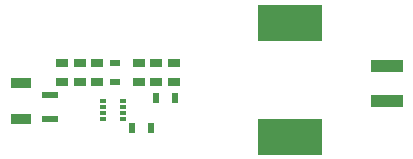
<source format=gtp>
G04*
G04 #@! TF.GenerationSoftware,Altium Limited,Altium Designer,23.9.2 (47)*
G04*
G04 Layer_Color=8421504*
%FSLAX25Y25*%
%MOIN*%
G70*
G04*
G04 #@! TF.SameCoordinates,BF07538D-496F-460C-9621-901CF389F750*
G04*
G04*
G04 #@! TF.FilePolarity,Positive*
G04*
G01*
G75*
%ADD14R,0.03701X0.02126*%
%ADD15R,0.02126X0.03701*%
%ADD16R,0.21700X0.12400*%
%ADD17R,0.03937X0.03150*%
%ADD18R,0.11102X0.04016*%
%ADD19R,0.01870X0.01181*%
%ADD20R,0.05787X0.02441*%
%ADD21R,0.07165X0.03228*%
D14*
X47244Y34252D02*
D03*
Y27953D02*
D03*
D15*
X61024Y22835D02*
D03*
X67323D02*
D03*
X59055Y12598D02*
D03*
X52756D02*
D03*
D16*
X105512Y9843D02*
D03*
Y47842D02*
D03*
D17*
X66929Y34252D02*
D03*
Y27953D02*
D03*
X61024Y34252D02*
D03*
Y27953D02*
D03*
X55118Y27953D02*
D03*
Y34252D02*
D03*
X41339D02*
D03*
Y27953D02*
D03*
X35433Y34252D02*
D03*
Y27953D02*
D03*
X29528Y34252D02*
D03*
Y27953D02*
D03*
D18*
X137795Y33268D02*
D03*
Y21850D02*
D03*
D19*
X49905Y21654D02*
D03*
Y19685D02*
D03*
Y17717D02*
D03*
Y15748D02*
D03*
X43307D02*
D03*
Y17717D02*
D03*
Y19685D02*
D03*
Y21654D02*
D03*
D20*
X25591Y15748D02*
D03*
Y23622D02*
D03*
D21*
X15748Y27559D02*
D03*
Y15748D02*
D03*
M02*

</source>
